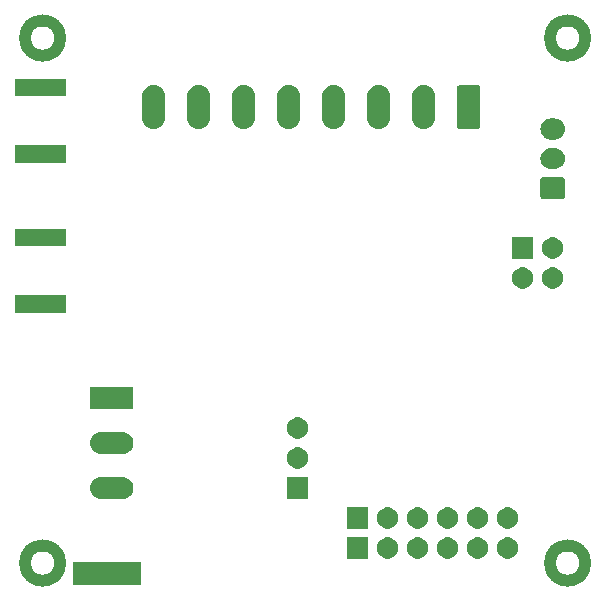
<source format=gbr>
G04 #@! TF.GenerationSoftware,KiCad,Pcbnew,(5.1.6)-1*
G04 #@! TF.CreationDate,2021-01-30T12:40:14+08:00*
G04 #@! TF.ProjectId,Module_ADS1263,4d6f6475-6c65-45f4-9144-53313236332e,rev?*
G04 #@! TF.SameCoordinates,Original*
G04 #@! TF.FileFunction,Soldermask,Bot*
G04 #@! TF.FilePolarity,Negative*
%FSLAX46Y46*%
G04 Gerber Fmt 4.6, Leading zero omitted, Abs format (unit mm)*
G04 Created by KiCad (PCBNEW (5.1.6)-1) date 2021-01-30 12:40:14*
%MOMM*%
%LPD*%
G01*
G04 APERTURE LIST*
%ADD10C,1.000000*%
%ADD11C,0.100000*%
G04 APERTURE END LIST*
D10*
X150090000Y-85090000D02*
G75*
G03*
X150090000Y-85090000I-1500000J0D01*
G01*
X105640000Y-85090000D02*
G75*
G03*
X105640000Y-85090000I-1500000J0D01*
G01*
X105640000Y-129540000D02*
G75*
G03*
X105640000Y-129540000I-1500000J0D01*
G01*
X150090000Y-129540000D02*
G75*
G03*
X150090000Y-129540000I-1500000J0D01*
G01*
D11*
G36*
X112395000Y-131318000D02*
G01*
X106680000Y-131318000D01*
X106680000Y-129413000D01*
X112395000Y-129413000D01*
X112395000Y-131318000D01*
G37*
X112395000Y-131318000D02*
X106680000Y-131318000D01*
X106680000Y-129413000D01*
X112395000Y-129413000D01*
X112395000Y-131318000D01*
G36*
X141083512Y-127373927D02*
G01*
X141232812Y-127403624D01*
X141396784Y-127471544D01*
X141544354Y-127570147D01*
X141669853Y-127695646D01*
X141768456Y-127843216D01*
X141836376Y-128007188D01*
X141871000Y-128181259D01*
X141871000Y-128358741D01*
X141836376Y-128532812D01*
X141768456Y-128696784D01*
X141669853Y-128844354D01*
X141544354Y-128969853D01*
X141396784Y-129068456D01*
X141232812Y-129136376D01*
X141083512Y-129166073D01*
X141058742Y-129171000D01*
X140881258Y-129171000D01*
X140856488Y-129166073D01*
X140707188Y-129136376D01*
X140543216Y-129068456D01*
X140395646Y-128969853D01*
X140270147Y-128844354D01*
X140171544Y-128696784D01*
X140103624Y-128532812D01*
X140069000Y-128358741D01*
X140069000Y-128181259D01*
X140103624Y-128007188D01*
X140171544Y-127843216D01*
X140270147Y-127695646D01*
X140395646Y-127570147D01*
X140543216Y-127471544D01*
X140707188Y-127403624D01*
X140856488Y-127373927D01*
X140881258Y-127369000D01*
X141058742Y-127369000D01*
X141083512Y-127373927D01*
G37*
G36*
X143623512Y-127373927D02*
G01*
X143772812Y-127403624D01*
X143936784Y-127471544D01*
X144084354Y-127570147D01*
X144209853Y-127695646D01*
X144308456Y-127843216D01*
X144376376Y-128007188D01*
X144411000Y-128181259D01*
X144411000Y-128358741D01*
X144376376Y-128532812D01*
X144308456Y-128696784D01*
X144209853Y-128844354D01*
X144084354Y-128969853D01*
X143936784Y-129068456D01*
X143772812Y-129136376D01*
X143623512Y-129166073D01*
X143598742Y-129171000D01*
X143421258Y-129171000D01*
X143396488Y-129166073D01*
X143247188Y-129136376D01*
X143083216Y-129068456D01*
X142935646Y-128969853D01*
X142810147Y-128844354D01*
X142711544Y-128696784D01*
X142643624Y-128532812D01*
X142609000Y-128358741D01*
X142609000Y-128181259D01*
X142643624Y-128007188D01*
X142711544Y-127843216D01*
X142810147Y-127695646D01*
X142935646Y-127570147D01*
X143083216Y-127471544D01*
X143247188Y-127403624D01*
X143396488Y-127373927D01*
X143421258Y-127369000D01*
X143598742Y-127369000D01*
X143623512Y-127373927D01*
G37*
G36*
X131711000Y-129171000D02*
G01*
X129909000Y-129171000D01*
X129909000Y-127369000D01*
X131711000Y-127369000D01*
X131711000Y-129171000D01*
G37*
G36*
X133463512Y-127373927D02*
G01*
X133612812Y-127403624D01*
X133776784Y-127471544D01*
X133924354Y-127570147D01*
X134049853Y-127695646D01*
X134148456Y-127843216D01*
X134216376Y-128007188D01*
X134251000Y-128181259D01*
X134251000Y-128358741D01*
X134216376Y-128532812D01*
X134148456Y-128696784D01*
X134049853Y-128844354D01*
X133924354Y-128969853D01*
X133776784Y-129068456D01*
X133612812Y-129136376D01*
X133463512Y-129166073D01*
X133438742Y-129171000D01*
X133261258Y-129171000D01*
X133236488Y-129166073D01*
X133087188Y-129136376D01*
X132923216Y-129068456D01*
X132775646Y-128969853D01*
X132650147Y-128844354D01*
X132551544Y-128696784D01*
X132483624Y-128532812D01*
X132449000Y-128358741D01*
X132449000Y-128181259D01*
X132483624Y-128007188D01*
X132551544Y-127843216D01*
X132650147Y-127695646D01*
X132775646Y-127570147D01*
X132923216Y-127471544D01*
X133087188Y-127403624D01*
X133236488Y-127373927D01*
X133261258Y-127369000D01*
X133438742Y-127369000D01*
X133463512Y-127373927D01*
G37*
G36*
X136003512Y-127373927D02*
G01*
X136152812Y-127403624D01*
X136316784Y-127471544D01*
X136464354Y-127570147D01*
X136589853Y-127695646D01*
X136688456Y-127843216D01*
X136756376Y-128007188D01*
X136791000Y-128181259D01*
X136791000Y-128358741D01*
X136756376Y-128532812D01*
X136688456Y-128696784D01*
X136589853Y-128844354D01*
X136464354Y-128969853D01*
X136316784Y-129068456D01*
X136152812Y-129136376D01*
X136003512Y-129166073D01*
X135978742Y-129171000D01*
X135801258Y-129171000D01*
X135776488Y-129166073D01*
X135627188Y-129136376D01*
X135463216Y-129068456D01*
X135315646Y-128969853D01*
X135190147Y-128844354D01*
X135091544Y-128696784D01*
X135023624Y-128532812D01*
X134989000Y-128358741D01*
X134989000Y-128181259D01*
X135023624Y-128007188D01*
X135091544Y-127843216D01*
X135190147Y-127695646D01*
X135315646Y-127570147D01*
X135463216Y-127471544D01*
X135627188Y-127403624D01*
X135776488Y-127373927D01*
X135801258Y-127369000D01*
X135978742Y-127369000D01*
X136003512Y-127373927D01*
G37*
G36*
X138543512Y-127373927D02*
G01*
X138692812Y-127403624D01*
X138856784Y-127471544D01*
X139004354Y-127570147D01*
X139129853Y-127695646D01*
X139228456Y-127843216D01*
X139296376Y-128007188D01*
X139331000Y-128181259D01*
X139331000Y-128358741D01*
X139296376Y-128532812D01*
X139228456Y-128696784D01*
X139129853Y-128844354D01*
X139004354Y-128969853D01*
X138856784Y-129068456D01*
X138692812Y-129136376D01*
X138543512Y-129166073D01*
X138518742Y-129171000D01*
X138341258Y-129171000D01*
X138316488Y-129166073D01*
X138167188Y-129136376D01*
X138003216Y-129068456D01*
X137855646Y-128969853D01*
X137730147Y-128844354D01*
X137631544Y-128696784D01*
X137563624Y-128532812D01*
X137529000Y-128358741D01*
X137529000Y-128181259D01*
X137563624Y-128007188D01*
X137631544Y-127843216D01*
X137730147Y-127695646D01*
X137855646Y-127570147D01*
X138003216Y-127471544D01*
X138167188Y-127403624D01*
X138316488Y-127373927D01*
X138341258Y-127369000D01*
X138518742Y-127369000D01*
X138543512Y-127373927D01*
G37*
G36*
X136003512Y-124833927D02*
G01*
X136152812Y-124863624D01*
X136316784Y-124931544D01*
X136464354Y-125030147D01*
X136589853Y-125155646D01*
X136688456Y-125303216D01*
X136756376Y-125467188D01*
X136791000Y-125641259D01*
X136791000Y-125818741D01*
X136756376Y-125992812D01*
X136688456Y-126156784D01*
X136589853Y-126304354D01*
X136464354Y-126429853D01*
X136316784Y-126528456D01*
X136152812Y-126596376D01*
X136003512Y-126626073D01*
X135978742Y-126631000D01*
X135801258Y-126631000D01*
X135776488Y-126626073D01*
X135627188Y-126596376D01*
X135463216Y-126528456D01*
X135315646Y-126429853D01*
X135190147Y-126304354D01*
X135091544Y-126156784D01*
X135023624Y-125992812D01*
X134989000Y-125818741D01*
X134989000Y-125641259D01*
X135023624Y-125467188D01*
X135091544Y-125303216D01*
X135190147Y-125155646D01*
X135315646Y-125030147D01*
X135463216Y-124931544D01*
X135627188Y-124863624D01*
X135776488Y-124833927D01*
X135801258Y-124829000D01*
X135978742Y-124829000D01*
X136003512Y-124833927D01*
G37*
G36*
X143623512Y-124833927D02*
G01*
X143772812Y-124863624D01*
X143936784Y-124931544D01*
X144084354Y-125030147D01*
X144209853Y-125155646D01*
X144308456Y-125303216D01*
X144376376Y-125467188D01*
X144411000Y-125641259D01*
X144411000Y-125818741D01*
X144376376Y-125992812D01*
X144308456Y-126156784D01*
X144209853Y-126304354D01*
X144084354Y-126429853D01*
X143936784Y-126528456D01*
X143772812Y-126596376D01*
X143623512Y-126626073D01*
X143598742Y-126631000D01*
X143421258Y-126631000D01*
X143396488Y-126626073D01*
X143247188Y-126596376D01*
X143083216Y-126528456D01*
X142935646Y-126429853D01*
X142810147Y-126304354D01*
X142711544Y-126156784D01*
X142643624Y-125992812D01*
X142609000Y-125818741D01*
X142609000Y-125641259D01*
X142643624Y-125467188D01*
X142711544Y-125303216D01*
X142810147Y-125155646D01*
X142935646Y-125030147D01*
X143083216Y-124931544D01*
X143247188Y-124863624D01*
X143396488Y-124833927D01*
X143421258Y-124829000D01*
X143598742Y-124829000D01*
X143623512Y-124833927D01*
G37*
G36*
X141083512Y-124833927D02*
G01*
X141232812Y-124863624D01*
X141396784Y-124931544D01*
X141544354Y-125030147D01*
X141669853Y-125155646D01*
X141768456Y-125303216D01*
X141836376Y-125467188D01*
X141871000Y-125641259D01*
X141871000Y-125818741D01*
X141836376Y-125992812D01*
X141768456Y-126156784D01*
X141669853Y-126304354D01*
X141544354Y-126429853D01*
X141396784Y-126528456D01*
X141232812Y-126596376D01*
X141083512Y-126626073D01*
X141058742Y-126631000D01*
X140881258Y-126631000D01*
X140856488Y-126626073D01*
X140707188Y-126596376D01*
X140543216Y-126528456D01*
X140395646Y-126429853D01*
X140270147Y-126304354D01*
X140171544Y-126156784D01*
X140103624Y-125992812D01*
X140069000Y-125818741D01*
X140069000Y-125641259D01*
X140103624Y-125467188D01*
X140171544Y-125303216D01*
X140270147Y-125155646D01*
X140395646Y-125030147D01*
X140543216Y-124931544D01*
X140707188Y-124863624D01*
X140856488Y-124833927D01*
X140881258Y-124829000D01*
X141058742Y-124829000D01*
X141083512Y-124833927D01*
G37*
G36*
X138543512Y-124833927D02*
G01*
X138692812Y-124863624D01*
X138856784Y-124931544D01*
X139004354Y-125030147D01*
X139129853Y-125155646D01*
X139228456Y-125303216D01*
X139296376Y-125467188D01*
X139331000Y-125641259D01*
X139331000Y-125818741D01*
X139296376Y-125992812D01*
X139228456Y-126156784D01*
X139129853Y-126304354D01*
X139004354Y-126429853D01*
X138856784Y-126528456D01*
X138692812Y-126596376D01*
X138543512Y-126626073D01*
X138518742Y-126631000D01*
X138341258Y-126631000D01*
X138316488Y-126626073D01*
X138167188Y-126596376D01*
X138003216Y-126528456D01*
X137855646Y-126429853D01*
X137730147Y-126304354D01*
X137631544Y-126156784D01*
X137563624Y-125992812D01*
X137529000Y-125818741D01*
X137529000Y-125641259D01*
X137563624Y-125467188D01*
X137631544Y-125303216D01*
X137730147Y-125155646D01*
X137855646Y-125030147D01*
X138003216Y-124931544D01*
X138167188Y-124863624D01*
X138316488Y-124833927D01*
X138341258Y-124829000D01*
X138518742Y-124829000D01*
X138543512Y-124833927D01*
G37*
G36*
X133463512Y-124833927D02*
G01*
X133612812Y-124863624D01*
X133776784Y-124931544D01*
X133924354Y-125030147D01*
X134049853Y-125155646D01*
X134148456Y-125303216D01*
X134216376Y-125467188D01*
X134251000Y-125641259D01*
X134251000Y-125818741D01*
X134216376Y-125992812D01*
X134148456Y-126156784D01*
X134049853Y-126304354D01*
X133924354Y-126429853D01*
X133776784Y-126528456D01*
X133612812Y-126596376D01*
X133463512Y-126626073D01*
X133438742Y-126631000D01*
X133261258Y-126631000D01*
X133236488Y-126626073D01*
X133087188Y-126596376D01*
X132923216Y-126528456D01*
X132775646Y-126429853D01*
X132650147Y-126304354D01*
X132551544Y-126156784D01*
X132483624Y-125992812D01*
X132449000Y-125818741D01*
X132449000Y-125641259D01*
X132483624Y-125467188D01*
X132551544Y-125303216D01*
X132650147Y-125155646D01*
X132775646Y-125030147D01*
X132923216Y-124931544D01*
X133087188Y-124863624D01*
X133236488Y-124833927D01*
X133261258Y-124829000D01*
X133438742Y-124829000D01*
X133463512Y-124833927D01*
G37*
G36*
X131711000Y-126631000D02*
G01*
X129909000Y-126631000D01*
X129909000Y-124829000D01*
X131711000Y-124829000D01*
X131711000Y-126631000D01*
G37*
G36*
X111068425Y-122252760D02*
G01*
X111068428Y-122252761D01*
X111068429Y-122252761D01*
X111247693Y-122307140D01*
X111247696Y-122307142D01*
X111247697Y-122307142D01*
X111412903Y-122395446D01*
X111557712Y-122514288D01*
X111676554Y-122659097D01*
X111764858Y-122824303D01*
X111764860Y-122824307D01*
X111819239Y-123003571D01*
X111819240Y-123003575D01*
X111837601Y-123190000D01*
X111819240Y-123376425D01*
X111819239Y-123376428D01*
X111819239Y-123376429D01*
X111764860Y-123555693D01*
X111764858Y-123555696D01*
X111764858Y-123555697D01*
X111676554Y-123720903D01*
X111557712Y-123865712D01*
X111412903Y-123984554D01*
X111247697Y-124072858D01*
X111247693Y-124072860D01*
X111068429Y-124127239D01*
X111068428Y-124127239D01*
X111068425Y-124127240D01*
X110928718Y-124141000D01*
X109035282Y-124141000D01*
X108895575Y-124127240D01*
X108895572Y-124127239D01*
X108895571Y-124127239D01*
X108716307Y-124072860D01*
X108716303Y-124072858D01*
X108551097Y-123984554D01*
X108406288Y-123865712D01*
X108287446Y-123720903D01*
X108199142Y-123555697D01*
X108199142Y-123555696D01*
X108199140Y-123555693D01*
X108144761Y-123376429D01*
X108144761Y-123376428D01*
X108144760Y-123376425D01*
X108126399Y-123190000D01*
X108144760Y-123003575D01*
X108144761Y-123003571D01*
X108199140Y-122824307D01*
X108199142Y-122824303D01*
X108287446Y-122659097D01*
X108406288Y-122514288D01*
X108551097Y-122395446D01*
X108716303Y-122307142D01*
X108716304Y-122307142D01*
X108716307Y-122307140D01*
X108895571Y-122252761D01*
X108895572Y-122252761D01*
X108895575Y-122252760D01*
X109035282Y-122239000D01*
X110928718Y-122239000D01*
X111068425Y-122252760D01*
G37*
G36*
X126631000Y-124091000D02*
G01*
X124829000Y-124091000D01*
X124829000Y-122289000D01*
X126631000Y-122289000D01*
X126631000Y-124091000D01*
G37*
G36*
X125843512Y-119753927D02*
G01*
X125992812Y-119783624D01*
X126156784Y-119851544D01*
X126304354Y-119950147D01*
X126429853Y-120075646D01*
X126528456Y-120223216D01*
X126596376Y-120387188D01*
X126631000Y-120561259D01*
X126631000Y-120738741D01*
X126596376Y-120912812D01*
X126528456Y-121076784D01*
X126429853Y-121224354D01*
X126304354Y-121349853D01*
X126156784Y-121448456D01*
X125992812Y-121516376D01*
X125843512Y-121546073D01*
X125818742Y-121551000D01*
X125641258Y-121551000D01*
X125616488Y-121546073D01*
X125467188Y-121516376D01*
X125303216Y-121448456D01*
X125155646Y-121349853D01*
X125030147Y-121224354D01*
X124931544Y-121076784D01*
X124863624Y-120912812D01*
X124829000Y-120738741D01*
X124829000Y-120561259D01*
X124863624Y-120387188D01*
X124931544Y-120223216D01*
X125030147Y-120075646D01*
X125155646Y-119950147D01*
X125303216Y-119851544D01*
X125467188Y-119783624D01*
X125616488Y-119753927D01*
X125641258Y-119749000D01*
X125818742Y-119749000D01*
X125843512Y-119753927D01*
G37*
G36*
X111068425Y-118442760D02*
G01*
X111068428Y-118442761D01*
X111068429Y-118442761D01*
X111247693Y-118497140D01*
X111247696Y-118497142D01*
X111247697Y-118497142D01*
X111412903Y-118585446D01*
X111557712Y-118704288D01*
X111676554Y-118849097D01*
X111764858Y-119014303D01*
X111764860Y-119014307D01*
X111819239Y-119193571D01*
X111819240Y-119193575D01*
X111837601Y-119380000D01*
X111819240Y-119566425D01*
X111819239Y-119566428D01*
X111819239Y-119566429D01*
X111764860Y-119745693D01*
X111764858Y-119745696D01*
X111764858Y-119745697D01*
X111676554Y-119910903D01*
X111557712Y-120055712D01*
X111412903Y-120174554D01*
X111247697Y-120262858D01*
X111247693Y-120262860D01*
X111068429Y-120317239D01*
X111068428Y-120317239D01*
X111068425Y-120317240D01*
X110928718Y-120331000D01*
X109035282Y-120331000D01*
X108895575Y-120317240D01*
X108895572Y-120317239D01*
X108895571Y-120317239D01*
X108716307Y-120262860D01*
X108716303Y-120262858D01*
X108551097Y-120174554D01*
X108406288Y-120055712D01*
X108287446Y-119910903D01*
X108199142Y-119745697D01*
X108199142Y-119745696D01*
X108199140Y-119745693D01*
X108144761Y-119566429D01*
X108144761Y-119566428D01*
X108144760Y-119566425D01*
X108126399Y-119380000D01*
X108144760Y-119193575D01*
X108144761Y-119193571D01*
X108199140Y-119014307D01*
X108199142Y-119014303D01*
X108287446Y-118849097D01*
X108406288Y-118704288D01*
X108551097Y-118585446D01*
X108716303Y-118497142D01*
X108716304Y-118497142D01*
X108716307Y-118497140D01*
X108895571Y-118442761D01*
X108895572Y-118442761D01*
X108895575Y-118442760D01*
X109035282Y-118429000D01*
X110928718Y-118429000D01*
X111068425Y-118442760D01*
G37*
G36*
X125843512Y-117213927D02*
G01*
X125992812Y-117243624D01*
X126156784Y-117311544D01*
X126304354Y-117410147D01*
X126429853Y-117535646D01*
X126528456Y-117683216D01*
X126596376Y-117847188D01*
X126631000Y-118021259D01*
X126631000Y-118198741D01*
X126596376Y-118372812D01*
X126528456Y-118536784D01*
X126429853Y-118684354D01*
X126304354Y-118809853D01*
X126156784Y-118908456D01*
X125992812Y-118976376D01*
X125843512Y-119006073D01*
X125818742Y-119011000D01*
X125641258Y-119011000D01*
X125616488Y-119006073D01*
X125467188Y-118976376D01*
X125303216Y-118908456D01*
X125155646Y-118809853D01*
X125030147Y-118684354D01*
X124931544Y-118536784D01*
X124863624Y-118372812D01*
X124829000Y-118198741D01*
X124829000Y-118021259D01*
X124863624Y-117847188D01*
X124931544Y-117683216D01*
X125030147Y-117535646D01*
X125155646Y-117410147D01*
X125303216Y-117311544D01*
X125467188Y-117243624D01*
X125616488Y-117213927D01*
X125641258Y-117209000D01*
X125818742Y-117209000D01*
X125843512Y-117213927D01*
G37*
G36*
X111692915Y-114622934D02*
G01*
X111725424Y-114632795D01*
X111755382Y-114648809D01*
X111781641Y-114670359D01*
X111803191Y-114696618D01*
X111819205Y-114726576D01*
X111829066Y-114759085D01*
X111833000Y-114799029D01*
X111833000Y-116340971D01*
X111829066Y-116380915D01*
X111819205Y-116413424D01*
X111803191Y-116443382D01*
X111781641Y-116469641D01*
X111755382Y-116491191D01*
X111725424Y-116507205D01*
X111692915Y-116517066D01*
X111652971Y-116521000D01*
X108311029Y-116521000D01*
X108271085Y-116517066D01*
X108238576Y-116507205D01*
X108208618Y-116491191D01*
X108182359Y-116469641D01*
X108160809Y-116443382D01*
X108144795Y-116413424D01*
X108134934Y-116380915D01*
X108131000Y-116340971D01*
X108131000Y-114799029D01*
X108134934Y-114759085D01*
X108144795Y-114726576D01*
X108160809Y-114696618D01*
X108182359Y-114670359D01*
X108208618Y-114648809D01*
X108238576Y-114632795D01*
X108271085Y-114622934D01*
X108311029Y-114619000D01*
X111652971Y-114619000D01*
X111692915Y-114622934D01*
G37*
G36*
X106110000Y-108326000D02*
G01*
X101808000Y-108326000D01*
X101808000Y-106874000D01*
X106110000Y-106874000D01*
X106110000Y-108326000D01*
G37*
G36*
X147433512Y-104513927D02*
G01*
X147582812Y-104543624D01*
X147746784Y-104611544D01*
X147894354Y-104710147D01*
X148019853Y-104835646D01*
X148118456Y-104983216D01*
X148186376Y-105147188D01*
X148221000Y-105321259D01*
X148221000Y-105498741D01*
X148186376Y-105672812D01*
X148118456Y-105836784D01*
X148019853Y-105984354D01*
X147894354Y-106109853D01*
X147746784Y-106208456D01*
X147582812Y-106276376D01*
X147433512Y-106306073D01*
X147408742Y-106311000D01*
X147231258Y-106311000D01*
X147206488Y-106306073D01*
X147057188Y-106276376D01*
X146893216Y-106208456D01*
X146745646Y-106109853D01*
X146620147Y-105984354D01*
X146521544Y-105836784D01*
X146453624Y-105672812D01*
X146419000Y-105498741D01*
X146419000Y-105321259D01*
X146453624Y-105147188D01*
X146521544Y-104983216D01*
X146620147Y-104835646D01*
X146745646Y-104710147D01*
X146893216Y-104611544D01*
X147057188Y-104543624D01*
X147206488Y-104513927D01*
X147231258Y-104509000D01*
X147408742Y-104509000D01*
X147433512Y-104513927D01*
G37*
G36*
X144893512Y-104513927D02*
G01*
X145042812Y-104543624D01*
X145206784Y-104611544D01*
X145354354Y-104710147D01*
X145479853Y-104835646D01*
X145578456Y-104983216D01*
X145646376Y-105147188D01*
X145681000Y-105321259D01*
X145681000Y-105498741D01*
X145646376Y-105672812D01*
X145578456Y-105836784D01*
X145479853Y-105984354D01*
X145354354Y-106109853D01*
X145206784Y-106208456D01*
X145042812Y-106276376D01*
X144893512Y-106306073D01*
X144868742Y-106311000D01*
X144691258Y-106311000D01*
X144666488Y-106306073D01*
X144517188Y-106276376D01*
X144353216Y-106208456D01*
X144205646Y-106109853D01*
X144080147Y-105984354D01*
X143981544Y-105836784D01*
X143913624Y-105672812D01*
X143879000Y-105498741D01*
X143879000Y-105321259D01*
X143913624Y-105147188D01*
X143981544Y-104983216D01*
X144080147Y-104835646D01*
X144205646Y-104710147D01*
X144353216Y-104611544D01*
X144517188Y-104543624D01*
X144666488Y-104513927D01*
X144691258Y-104509000D01*
X144868742Y-104509000D01*
X144893512Y-104513927D01*
G37*
G36*
X145681000Y-103771000D02*
G01*
X143879000Y-103771000D01*
X143879000Y-101969000D01*
X145681000Y-101969000D01*
X145681000Y-103771000D01*
G37*
G36*
X147433512Y-101973927D02*
G01*
X147582812Y-102003624D01*
X147746784Y-102071544D01*
X147894354Y-102170147D01*
X148019853Y-102295646D01*
X148118456Y-102443216D01*
X148186376Y-102607188D01*
X148221000Y-102781259D01*
X148221000Y-102958741D01*
X148186376Y-103132812D01*
X148118456Y-103296784D01*
X148019853Y-103444354D01*
X147894354Y-103569853D01*
X147746784Y-103668456D01*
X147582812Y-103736376D01*
X147433512Y-103766073D01*
X147408742Y-103771000D01*
X147231258Y-103771000D01*
X147206488Y-103766073D01*
X147057188Y-103736376D01*
X146893216Y-103668456D01*
X146745646Y-103569853D01*
X146620147Y-103444354D01*
X146521544Y-103296784D01*
X146453624Y-103132812D01*
X146419000Y-102958741D01*
X146419000Y-102781259D01*
X146453624Y-102607188D01*
X146521544Y-102443216D01*
X146620147Y-102295646D01*
X146745646Y-102170147D01*
X146893216Y-102071544D01*
X147057188Y-102003624D01*
X147206488Y-101973927D01*
X147231258Y-101969000D01*
X147408742Y-101969000D01*
X147433512Y-101973927D01*
G37*
G36*
X106110000Y-102676000D02*
G01*
X101808000Y-102676000D01*
X101808000Y-101224000D01*
X106110000Y-101224000D01*
X106110000Y-102676000D01*
G37*
G36*
X148203600Y-96892989D02*
G01*
X148236652Y-96903015D01*
X148267103Y-96919292D01*
X148293799Y-96941201D01*
X148315708Y-96967897D01*
X148331985Y-96998348D01*
X148342011Y-97031400D01*
X148346000Y-97071903D01*
X148346000Y-98508097D01*
X148342011Y-98548600D01*
X148331985Y-98581652D01*
X148315708Y-98612103D01*
X148293799Y-98638799D01*
X148267103Y-98660708D01*
X148236652Y-98676985D01*
X148203600Y-98687011D01*
X148163097Y-98691000D01*
X146476903Y-98691000D01*
X146436400Y-98687011D01*
X146403348Y-98676985D01*
X146372897Y-98660708D01*
X146346201Y-98638799D01*
X146324292Y-98612103D01*
X146308015Y-98581652D01*
X146297989Y-98548600D01*
X146294000Y-98508097D01*
X146294000Y-97071903D01*
X146297989Y-97031400D01*
X146308015Y-96998348D01*
X146324292Y-96967897D01*
X146346201Y-96941201D01*
X146372897Y-96919292D01*
X146403348Y-96903015D01*
X146436400Y-96892989D01*
X146476903Y-96889000D01*
X148163097Y-96889000D01*
X148203600Y-96892989D01*
G37*
G36*
X147555443Y-94395519D02*
G01*
X147621627Y-94402037D01*
X147791466Y-94453557D01*
X147947991Y-94537222D01*
X147983729Y-94566552D01*
X148085186Y-94649814D01*
X148168448Y-94751271D01*
X148197778Y-94787009D01*
X148281443Y-94943534D01*
X148332963Y-95113373D01*
X148350359Y-95290000D01*
X148332963Y-95466627D01*
X148281443Y-95636466D01*
X148197778Y-95792991D01*
X148168448Y-95828729D01*
X148085186Y-95930186D01*
X147983729Y-96013448D01*
X147947991Y-96042778D01*
X147791466Y-96126443D01*
X147621627Y-96177963D01*
X147555443Y-96184481D01*
X147489260Y-96191000D01*
X147150740Y-96191000D01*
X147084558Y-96184482D01*
X147018373Y-96177963D01*
X146848534Y-96126443D01*
X146692009Y-96042778D01*
X146656271Y-96013448D01*
X146554814Y-95930186D01*
X146471552Y-95828729D01*
X146442222Y-95792991D01*
X146358557Y-95636466D01*
X146307037Y-95466627D01*
X146289641Y-95290000D01*
X146307037Y-95113373D01*
X146358557Y-94943534D01*
X146442222Y-94787009D01*
X146471552Y-94751271D01*
X146554814Y-94649814D01*
X146656271Y-94566552D01*
X146692009Y-94537222D01*
X146848534Y-94453557D01*
X147018373Y-94402037D01*
X147084558Y-94395518D01*
X147150740Y-94389000D01*
X147489260Y-94389000D01*
X147555443Y-94395519D01*
G37*
G36*
X106110000Y-95626000D02*
G01*
X101808000Y-95626000D01*
X101808000Y-94174000D01*
X106110000Y-94174000D01*
X106110000Y-95626000D01*
G37*
G36*
X147555442Y-91895518D02*
G01*
X147621627Y-91902037D01*
X147791466Y-91953557D01*
X147947991Y-92037222D01*
X147983729Y-92066552D01*
X148085186Y-92149814D01*
X148168448Y-92251271D01*
X148197778Y-92287009D01*
X148281443Y-92443534D01*
X148332963Y-92613373D01*
X148350359Y-92790000D01*
X148332963Y-92966627D01*
X148281443Y-93136466D01*
X148197778Y-93292991D01*
X148168448Y-93328729D01*
X148085186Y-93430186D01*
X147983729Y-93513448D01*
X147947991Y-93542778D01*
X147791466Y-93626443D01*
X147621627Y-93677963D01*
X147555443Y-93684481D01*
X147489260Y-93691000D01*
X147150740Y-93691000D01*
X147084558Y-93684482D01*
X147018373Y-93677963D01*
X146848534Y-93626443D01*
X146692009Y-93542778D01*
X146656271Y-93513448D01*
X146554814Y-93430186D01*
X146471552Y-93328729D01*
X146442222Y-93292991D01*
X146358557Y-93136466D01*
X146307037Y-92966627D01*
X146289641Y-92790000D01*
X146307037Y-92613373D01*
X146358557Y-92443534D01*
X146442222Y-92287009D01*
X146471552Y-92251271D01*
X146554814Y-92149814D01*
X146656271Y-92066552D01*
X146692009Y-92037222D01*
X146848534Y-91953557D01*
X147018373Y-91902037D01*
X147084558Y-91895518D01*
X147150740Y-91889000D01*
X147489260Y-91889000D01*
X147555442Y-91895518D01*
G37*
G36*
X113724425Y-89094760D02*
G01*
X113724428Y-89094761D01*
X113724429Y-89094761D01*
X113903693Y-89149140D01*
X113903696Y-89149142D01*
X113903697Y-89149142D01*
X114068903Y-89237446D01*
X114213712Y-89356288D01*
X114332554Y-89501097D01*
X114420858Y-89666303D01*
X114420860Y-89666307D01*
X114475239Y-89845571D01*
X114475240Y-89845575D01*
X114489000Y-89985282D01*
X114489000Y-91878718D01*
X114475240Y-92018425D01*
X114475239Y-92018428D01*
X114475239Y-92018429D01*
X114420860Y-92197693D01*
X114420858Y-92197696D01*
X114420858Y-92197697D01*
X114332554Y-92362903D01*
X114213712Y-92507712D01*
X114068903Y-92626554D01*
X113920964Y-92705628D01*
X113903692Y-92714860D01*
X113724428Y-92769239D01*
X113724427Y-92769239D01*
X113724424Y-92769240D01*
X113538000Y-92787601D01*
X113351575Y-92769240D01*
X113351572Y-92769239D01*
X113351571Y-92769239D01*
X113172307Y-92714860D01*
X113154575Y-92705382D01*
X113007097Y-92626554D01*
X112862288Y-92507712D01*
X112743446Y-92362903D01*
X112655142Y-92197696D01*
X112655141Y-92197693D01*
X112655140Y-92197692D01*
X112600761Y-92018428D01*
X112600761Y-92018427D01*
X112600760Y-92018424D01*
X112587000Y-91878717D01*
X112587000Y-89985283D01*
X112600761Y-89845575D01*
X112600762Y-89845571D01*
X112655141Y-89666307D01*
X112655143Y-89666303D01*
X112743447Y-89501097D01*
X112862289Y-89356288D01*
X113007098Y-89237446D01*
X113172304Y-89149142D01*
X113172305Y-89149142D01*
X113172308Y-89149140D01*
X113351572Y-89094761D01*
X113351573Y-89094761D01*
X113351576Y-89094760D01*
X113538000Y-89076399D01*
X113724425Y-89094760D01*
G37*
G36*
X125154425Y-89094760D02*
G01*
X125154428Y-89094761D01*
X125154429Y-89094761D01*
X125333693Y-89149140D01*
X125333696Y-89149142D01*
X125333697Y-89149142D01*
X125498903Y-89237446D01*
X125643712Y-89356288D01*
X125762554Y-89501097D01*
X125850858Y-89666303D01*
X125850860Y-89666307D01*
X125905239Y-89845571D01*
X125905240Y-89845575D01*
X125919000Y-89985282D01*
X125919000Y-91878718D01*
X125905240Y-92018425D01*
X125905239Y-92018428D01*
X125905239Y-92018429D01*
X125850860Y-92197693D01*
X125850858Y-92197696D01*
X125850858Y-92197697D01*
X125762554Y-92362903D01*
X125643712Y-92507712D01*
X125498903Y-92626554D01*
X125350964Y-92705628D01*
X125333692Y-92714860D01*
X125154428Y-92769239D01*
X125154427Y-92769239D01*
X125154424Y-92769240D01*
X124968000Y-92787601D01*
X124781575Y-92769240D01*
X124781572Y-92769239D01*
X124781571Y-92769239D01*
X124602307Y-92714860D01*
X124584575Y-92705382D01*
X124437097Y-92626554D01*
X124292288Y-92507712D01*
X124173446Y-92362903D01*
X124085142Y-92197696D01*
X124085141Y-92197693D01*
X124085140Y-92197692D01*
X124030761Y-92018428D01*
X124030761Y-92018427D01*
X124030760Y-92018424D01*
X124017000Y-91878717D01*
X124017000Y-89985283D01*
X124030761Y-89845575D01*
X124030762Y-89845571D01*
X124085141Y-89666307D01*
X124085143Y-89666303D01*
X124173447Y-89501097D01*
X124292289Y-89356288D01*
X124437098Y-89237446D01*
X124602304Y-89149142D01*
X124602305Y-89149142D01*
X124602308Y-89149140D01*
X124781572Y-89094761D01*
X124781573Y-89094761D01*
X124781576Y-89094760D01*
X124968000Y-89076399D01*
X125154425Y-89094760D01*
G37*
G36*
X128964425Y-89094760D02*
G01*
X128964428Y-89094761D01*
X128964429Y-89094761D01*
X129143693Y-89149140D01*
X129143696Y-89149142D01*
X129143697Y-89149142D01*
X129308903Y-89237446D01*
X129453712Y-89356288D01*
X129572554Y-89501097D01*
X129660858Y-89666303D01*
X129660860Y-89666307D01*
X129715239Y-89845571D01*
X129715240Y-89845575D01*
X129729000Y-89985282D01*
X129729000Y-91878718D01*
X129715240Y-92018425D01*
X129715239Y-92018428D01*
X129715239Y-92018429D01*
X129660860Y-92197693D01*
X129660858Y-92197696D01*
X129660858Y-92197697D01*
X129572554Y-92362903D01*
X129453712Y-92507712D01*
X129308903Y-92626554D01*
X129160964Y-92705628D01*
X129143692Y-92714860D01*
X128964428Y-92769239D01*
X128964427Y-92769239D01*
X128964424Y-92769240D01*
X128778000Y-92787601D01*
X128591575Y-92769240D01*
X128591572Y-92769239D01*
X128591571Y-92769239D01*
X128412307Y-92714860D01*
X128394575Y-92705382D01*
X128247097Y-92626554D01*
X128102288Y-92507712D01*
X127983446Y-92362903D01*
X127895142Y-92197696D01*
X127895141Y-92197693D01*
X127895140Y-92197692D01*
X127840761Y-92018428D01*
X127840761Y-92018427D01*
X127840760Y-92018424D01*
X127827000Y-91878717D01*
X127827000Y-89985283D01*
X127840761Y-89845575D01*
X127840762Y-89845571D01*
X127895141Y-89666307D01*
X127895143Y-89666303D01*
X127983447Y-89501097D01*
X128102289Y-89356288D01*
X128247098Y-89237446D01*
X128412304Y-89149142D01*
X128412305Y-89149142D01*
X128412308Y-89149140D01*
X128591572Y-89094761D01*
X128591573Y-89094761D01*
X128591576Y-89094760D01*
X128778000Y-89076399D01*
X128964425Y-89094760D01*
G37*
G36*
X132774425Y-89094760D02*
G01*
X132774428Y-89094761D01*
X132774429Y-89094761D01*
X132953693Y-89149140D01*
X132953696Y-89149142D01*
X132953697Y-89149142D01*
X133118903Y-89237446D01*
X133263712Y-89356288D01*
X133382554Y-89501097D01*
X133470858Y-89666303D01*
X133470860Y-89666307D01*
X133525239Y-89845571D01*
X133525240Y-89845575D01*
X133539000Y-89985282D01*
X133539000Y-91878718D01*
X133525240Y-92018425D01*
X133525239Y-92018428D01*
X133525239Y-92018429D01*
X133470860Y-92197693D01*
X133470858Y-92197696D01*
X133470858Y-92197697D01*
X133382554Y-92362903D01*
X133263712Y-92507712D01*
X133118903Y-92626554D01*
X132970964Y-92705628D01*
X132953692Y-92714860D01*
X132774428Y-92769239D01*
X132774427Y-92769239D01*
X132774424Y-92769240D01*
X132588000Y-92787601D01*
X132401575Y-92769240D01*
X132401572Y-92769239D01*
X132401571Y-92769239D01*
X132222307Y-92714860D01*
X132204575Y-92705382D01*
X132057097Y-92626554D01*
X131912288Y-92507712D01*
X131793446Y-92362903D01*
X131705142Y-92197696D01*
X131705141Y-92197693D01*
X131705140Y-92197692D01*
X131650761Y-92018428D01*
X131650761Y-92018427D01*
X131650760Y-92018424D01*
X131637000Y-91878717D01*
X131637000Y-89985283D01*
X131650761Y-89845575D01*
X131650762Y-89845571D01*
X131705141Y-89666307D01*
X131705143Y-89666303D01*
X131793447Y-89501097D01*
X131912289Y-89356288D01*
X132057098Y-89237446D01*
X132222304Y-89149142D01*
X132222305Y-89149142D01*
X132222308Y-89149140D01*
X132401572Y-89094761D01*
X132401573Y-89094761D01*
X132401576Y-89094760D01*
X132588000Y-89076399D01*
X132774425Y-89094760D01*
G37*
G36*
X136584425Y-89094760D02*
G01*
X136584428Y-89094761D01*
X136584429Y-89094761D01*
X136763693Y-89149140D01*
X136763696Y-89149142D01*
X136763697Y-89149142D01*
X136928903Y-89237446D01*
X137073712Y-89356288D01*
X137192554Y-89501097D01*
X137280858Y-89666303D01*
X137280860Y-89666307D01*
X137335239Y-89845571D01*
X137335240Y-89845575D01*
X137349000Y-89985282D01*
X137349000Y-91878718D01*
X137335240Y-92018425D01*
X137335239Y-92018428D01*
X137335239Y-92018429D01*
X137280860Y-92197693D01*
X137280858Y-92197696D01*
X137280858Y-92197697D01*
X137192554Y-92362903D01*
X137073712Y-92507712D01*
X136928903Y-92626554D01*
X136780964Y-92705628D01*
X136763692Y-92714860D01*
X136584428Y-92769239D01*
X136584427Y-92769239D01*
X136584424Y-92769240D01*
X136398000Y-92787601D01*
X136211575Y-92769240D01*
X136211572Y-92769239D01*
X136211571Y-92769239D01*
X136032307Y-92714860D01*
X136014575Y-92705382D01*
X135867097Y-92626554D01*
X135722288Y-92507712D01*
X135603446Y-92362903D01*
X135515142Y-92197696D01*
X135515141Y-92197693D01*
X135515140Y-92197692D01*
X135460761Y-92018428D01*
X135460761Y-92018427D01*
X135460760Y-92018424D01*
X135447000Y-91878717D01*
X135447000Y-89985283D01*
X135460761Y-89845575D01*
X135460762Y-89845571D01*
X135515141Y-89666307D01*
X135515143Y-89666303D01*
X135603447Y-89501097D01*
X135722289Y-89356288D01*
X135867098Y-89237446D01*
X136032304Y-89149142D01*
X136032305Y-89149142D01*
X136032308Y-89149140D01*
X136211572Y-89094761D01*
X136211573Y-89094761D01*
X136211576Y-89094760D01*
X136398000Y-89076399D01*
X136584425Y-89094760D01*
G37*
G36*
X121344425Y-89094760D02*
G01*
X121344428Y-89094761D01*
X121344429Y-89094761D01*
X121523693Y-89149140D01*
X121523696Y-89149142D01*
X121523697Y-89149142D01*
X121688903Y-89237446D01*
X121833712Y-89356288D01*
X121952554Y-89501097D01*
X122040858Y-89666303D01*
X122040860Y-89666307D01*
X122095239Y-89845571D01*
X122095240Y-89845575D01*
X122109000Y-89985282D01*
X122109000Y-91878718D01*
X122095240Y-92018425D01*
X122095239Y-92018428D01*
X122095239Y-92018429D01*
X122040860Y-92197693D01*
X122040858Y-92197696D01*
X122040858Y-92197697D01*
X121952554Y-92362903D01*
X121833712Y-92507712D01*
X121688903Y-92626554D01*
X121540964Y-92705628D01*
X121523692Y-92714860D01*
X121344428Y-92769239D01*
X121344427Y-92769239D01*
X121344424Y-92769240D01*
X121158000Y-92787601D01*
X120971575Y-92769240D01*
X120971572Y-92769239D01*
X120971571Y-92769239D01*
X120792307Y-92714860D01*
X120774575Y-92705382D01*
X120627097Y-92626554D01*
X120482288Y-92507712D01*
X120363446Y-92362903D01*
X120275142Y-92197696D01*
X120275141Y-92197693D01*
X120275140Y-92197692D01*
X120220761Y-92018428D01*
X120220761Y-92018427D01*
X120220760Y-92018424D01*
X120207000Y-91878717D01*
X120207000Y-89985283D01*
X120220761Y-89845575D01*
X120220762Y-89845571D01*
X120275141Y-89666307D01*
X120275143Y-89666303D01*
X120363447Y-89501097D01*
X120482289Y-89356288D01*
X120627098Y-89237446D01*
X120792304Y-89149142D01*
X120792305Y-89149142D01*
X120792308Y-89149140D01*
X120971572Y-89094761D01*
X120971573Y-89094761D01*
X120971576Y-89094760D01*
X121158000Y-89076399D01*
X121344425Y-89094760D01*
G37*
G36*
X117534425Y-89094760D02*
G01*
X117534428Y-89094761D01*
X117534429Y-89094761D01*
X117713693Y-89149140D01*
X117713696Y-89149142D01*
X117713697Y-89149142D01*
X117878903Y-89237446D01*
X118023712Y-89356288D01*
X118142554Y-89501097D01*
X118230858Y-89666303D01*
X118230860Y-89666307D01*
X118285239Y-89845571D01*
X118285240Y-89845575D01*
X118299000Y-89985282D01*
X118299000Y-91878718D01*
X118285240Y-92018425D01*
X118285239Y-92018428D01*
X118285239Y-92018429D01*
X118230860Y-92197693D01*
X118230858Y-92197696D01*
X118230858Y-92197697D01*
X118142554Y-92362903D01*
X118023712Y-92507712D01*
X117878903Y-92626554D01*
X117730964Y-92705628D01*
X117713692Y-92714860D01*
X117534428Y-92769239D01*
X117534427Y-92769239D01*
X117534424Y-92769240D01*
X117348000Y-92787601D01*
X117161575Y-92769240D01*
X117161572Y-92769239D01*
X117161571Y-92769239D01*
X116982307Y-92714860D01*
X116964575Y-92705382D01*
X116817097Y-92626554D01*
X116672288Y-92507712D01*
X116553446Y-92362903D01*
X116465142Y-92197696D01*
X116465141Y-92197693D01*
X116465140Y-92197692D01*
X116410761Y-92018428D01*
X116410761Y-92018427D01*
X116410760Y-92018424D01*
X116397000Y-91878717D01*
X116397000Y-89985283D01*
X116410761Y-89845575D01*
X116410762Y-89845571D01*
X116465141Y-89666307D01*
X116465143Y-89666303D01*
X116553447Y-89501097D01*
X116672289Y-89356288D01*
X116817098Y-89237446D01*
X116982304Y-89149142D01*
X116982305Y-89149142D01*
X116982308Y-89149140D01*
X117161572Y-89094761D01*
X117161573Y-89094761D01*
X117161576Y-89094760D01*
X117348000Y-89076399D01*
X117534425Y-89094760D01*
G37*
G36*
X141018915Y-89084934D02*
G01*
X141051424Y-89094795D01*
X141081382Y-89110809D01*
X141107641Y-89132359D01*
X141129191Y-89158618D01*
X141145205Y-89188576D01*
X141155066Y-89221085D01*
X141159000Y-89261029D01*
X141159000Y-92602971D01*
X141155066Y-92642915D01*
X141145205Y-92675424D01*
X141129191Y-92705382D01*
X141107641Y-92731641D01*
X141081382Y-92753191D01*
X141051424Y-92769205D01*
X141018915Y-92779066D01*
X140978971Y-92783000D01*
X139437029Y-92783000D01*
X139397085Y-92779066D01*
X139364576Y-92769205D01*
X139334618Y-92753191D01*
X139308359Y-92731641D01*
X139286809Y-92705382D01*
X139270795Y-92675424D01*
X139260934Y-92642915D01*
X139257000Y-92602971D01*
X139257000Y-89261029D01*
X139260934Y-89221085D01*
X139270795Y-89188576D01*
X139286809Y-89158618D01*
X139308359Y-89132359D01*
X139334618Y-89110809D01*
X139364576Y-89094795D01*
X139397085Y-89084934D01*
X139437029Y-89081000D01*
X140978971Y-89081000D01*
X141018915Y-89084934D01*
G37*
G36*
X106110000Y-89976000D02*
G01*
X101808000Y-89976000D01*
X101808000Y-88524000D01*
X106110000Y-88524000D01*
X106110000Y-89976000D01*
G37*
M02*

</source>
